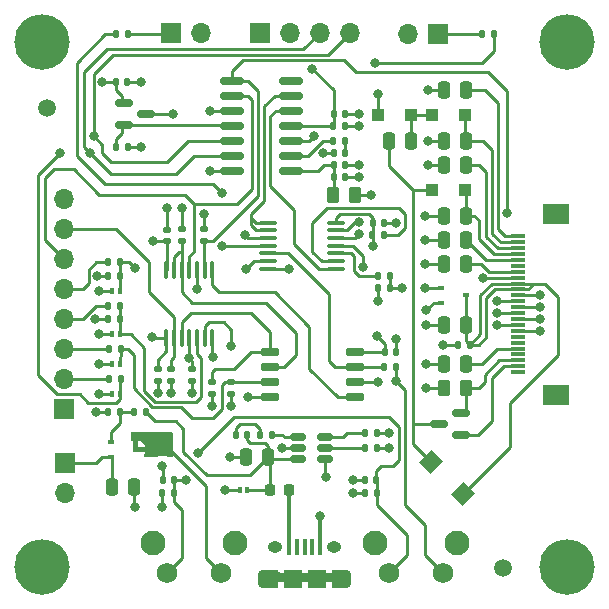
<source format=gbr>
%TF.GenerationSoftware,KiCad,Pcbnew,7.0.9*%
%TF.CreationDate,2023-12-18T09:55:38-05:00*%
%TF.ProjectId,_HW_EPaper,5f48575f-4550-4617-9065-722e6b696361,v1.0*%
%TF.SameCoordinates,Original*%
%TF.FileFunction,Copper,L1,Top*%
%TF.FilePolarity,Positive*%
%FSLAX46Y46*%
G04 Gerber Fmt 4.6, Leading zero omitted, Abs format (unit mm)*
G04 Created by KiCad (PCBNEW 7.0.9) date 2023-12-18 09:55:38*
%MOMM*%
%LPD*%
G01*
G04 APERTURE LIST*
G04 Aperture macros list*
%AMRoundRect*
0 Rectangle with rounded corners*
0 $1 Rounding radius*
0 $2 $3 $4 $5 $6 $7 $8 $9 X,Y pos of 4 corners*
0 Add a 4 corners polygon primitive as box body*
4,1,4,$2,$3,$4,$5,$6,$7,$8,$9,$2,$3,0*
0 Add four circle primitives for the rounded corners*
1,1,$1+$1,$2,$3*
1,1,$1+$1,$4,$5*
1,1,$1+$1,$6,$7*
1,1,$1+$1,$8,$9*
0 Add four rect primitives between the rounded corners*
20,1,$1+$1,$2,$3,$4,$5,0*
20,1,$1+$1,$4,$5,$6,$7,0*
20,1,$1+$1,$6,$7,$8,$9,0*
20,1,$1+$1,$8,$9,$2,$3,0*%
%AMRotRect*
0 Rectangle, with rotation*
0 The origin of the aperture is its center*
0 $1 length*
0 $2 width*
0 $3 Rotation angle, in degrees counterclockwise*
0 Add horizontal line*
21,1,$1,$2,0,0,$3*%
G04 Aperture macros list end*
%TA.AperFunction,SMDPad,CuDef*%
%ADD10R,1.300000X0.300000*%
%TD*%
%TA.AperFunction,SMDPad,CuDef*%
%ADD11R,2.200000X1.800000*%
%TD*%
%TA.AperFunction,SMDPad,CuDef*%
%ADD12RoundRect,0.135000X0.185000X-0.135000X0.185000X0.135000X-0.185000X0.135000X-0.185000X-0.135000X0*%
%TD*%
%TA.AperFunction,SMDPad,CuDef*%
%ADD13RoundRect,0.147500X-0.147500X-0.172500X0.147500X-0.172500X0.147500X0.172500X-0.147500X0.172500X0*%
%TD*%
%TA.AperFunction,SMDPad,CuDef*%
%ADD14RoundRect,0.140000X0.170000X-0.140000X0.170000X0.140000X-0.170000X0.140000X-0.170000X-0.140000X0*%
%TD*%
%TA.AperFunction,SMDPad,CuDef*%
%ADD15RoundRect,0.140000X0.140000X0.170000X-0.140000X0.170000X-0.140000X-0.170000X0.140000X-0.170000X0*%
%TD*%
%TA.AperFunction,SMDPad,CuDef*%
%ADD16RoundRect,0.135000X-0.185000X0.135000X-0.185000X-0.135000X0.185000X-0.135000X0.185000X0.135000X0*%
%TD*%
%TA.AperFunction,SMDPad,CuDef*%
%ADD17RoundRect,0.250000X0.262500X0.450000X-0.262500X0.450000X-0.262500X-0.450000X0.262500X-0.450000X0*%
%TD*%
%TA.AperFunction,SMDPad,CuDef*%
%ADD18RoundRect,0.250000X0.250000X0.475000X-0.250000X0.475000X-0.250000X-0.475000X0.250000X-0.475000X0*%
%TD*%
%TA.AperFunction,ComponentPad*%
%ADD19C,2.100000*%
%TD*%
%TA.AperFunction,ComponentPad*%
%ADD20C,1.750000*%
%TD*%
%TA.AperFunction,SMDPad,CuDef*%
%ADD21R,0.508000X0.406400*%
%TD*%
%TA.AperFunction,SMDPad,CuDef*%
%ADD22RoundRect,0.135000X-0.135000X-0.185000X0.135000X-0.185000X0.135000X0.185000X-0.135000X0.185000X0*%
%TD*%
%TA.AperFunction,SMDPad,CuDef*%
%ADD23RoundRect,0.140000X-0.140000X-0.170000X0.140000X-0.170000X0.140000X0.170000X-0.140000X0.170000X0*%
%TD*%
%TA.AperFunction,SMDPad,CuDef*%
%ADD24RoundRect,0.135000X0.135000X0.185000X-0.135000X0.185000X-0.135000X-0.185000X0.135000X-0.185000X0*%
%TD*%
%TA.AperFunction,SMDPad,CuDef*%
%ADD25R,0.304800X0.558800*%
%TD*%
%TA.AperFunction,SMDPad,CuDef*%
%ADD26RoundRect,0.150000X-0.650000X-0.150000X0.650000X-0.150000X0.650000X0.150000X-0.650000X0.150000X0*%
%TD*%
%TA.AperFunction,ComponentPad*%
%ADD27R,1.700000X1.700000*%
%TD*%
%TA.AperFunction,ComponentPad*%
%ADD28O,1.700000X1.700000*%
%TD*%
%TA.AperFunction,SMDPad,CuDef*%
%ADD29RoundRect,0.150000X-0.587500X-0.150000X0.587500X-0.150000X0.587500X0.150000X-0.587500X0.150000X0*%
%TD*%
%TA.AperFunction,SMDPad,CuDef*%
%ADD30C,1.500000*%
%TD*%
%TA.AperFunction,SMDPad,CuDef*%
%ADD31RotRect,1.397000X1.498600X135.000000*%
%TD*%
%TA.AperFunction,SMDPad,CuDef*%
%ADD32RoundRect,0.150000X0.825000X0.150000X-0.825000X0.150000X-0.825000X-0.150000X0.825000X-0.150000X0*%
%TD*%
%TA.AperFunction,SMDPad,CuDef*%
%ADD33RoundRect,0.250000X0.300000X0.300000X-0.300000X0.300000X-0.300000X-0.300000X0.300000X-0.300000X0*%
%TD*%
%TA.AperFunction,ComponentPad*%
%ADD34C,4.700000*%
%TD*%
%TA.AperFunction,SMDPad,CuDef*%
%ADD35RoundRect,0.250000X-0.300000X-0.300000X0.300000X-0.300000X0.300000X0.300000X-0.300000X0.300000X0*%
%TD*%
%TA.AperFunction,SMDPad,CuDef*%
%ADD36R,0.400000X1.350000*%
%TD*%
%TA.AperFunction,ComponentPad*%
%ADD37O,0.890000X1.550000*%
%TD*%
%TA.AperFunction,SMDPad,CuDef*%
%ADD38R,1.200000X1.550000*%
%TD*%
%TA.AperFunction,ComponentPad*%
%ADD39O,1.250000X0.950000*%
%TD*%
%TA.AperFunction,SMDPad,CuDef*%
%ADD40R,1.500000X1.550000*%
%TD*%
%TA.AperFunction,SMDPad,CuDef*%
%ADD41RoundRect,0.150000X0.587500X0.150000X-0.587500X0.150000X-0.587500X-0.150000X0.587500X-0.150000X0*%
%TD*%
%TA.AperFunction,SMDPad,CuDef*%
%ADD42RoundRect,0.250000X-0.250000X-0.475000X0.250000X-0.475000X0.250000X0.475000X-0.250000X0.475000X0*%
%TD*%
%TA.AperFunction,SMDPad,CuDef*%
%ADD43RoundRect,0.100000X0.100000X-0.637500X0.100000X0.637500X-0.100000X0.637500X-0.100000X-0.637500X0*%
%TD*%
%TA.AperFunction,SMDPad,CuDef*%
%ADD44RoundRect,0.100000X-0.637500X-0.100000X0.637500X-0.100000X0.637500X0.100000X-0.637500X0.100000X0*%
%TD*%
%TA.AperFunction,SMDPad,CuDef*%
%ADD45RoundRect,0.150000X-0.512500X-0.150000X0.512500X-0.150000X0.512500X0.150000X-0.512500X0.150000X0*%
%TD*%
%TA.AperFunction,SMDPad,CuDef*%
%ADD46RoundRect,0.218750X0.218750X0.256250X-0.218750X0.256250X-0.218750X-0.256250X0.218750X-0.256250X0*%
%TD*%
%TA.AperFunction,ViaPad*%
%ADD47C,0.800000*%
%TD*%
%TA.AperFunction,Conductor*%
%ADD48C,0.250000*%
%TD*%
%TA.AperFunction,Conductor*%
%ADD49C,0.304800*%
%TD*%
%TA.AperFunction,Conductor*%
%ADD50C,0.750000*%
%TD*%
G04 APERTURE END LIST*
D10*
X144393000Y-144815000D03*
X144393000Y-144315000D03*
X144393000Y-143815000D03*
X144393000Y-143315000D03*
X144393000Y-142815000D03*
X144393000Y-142315000D03*
X144393000Y-141815000D03*
X144393000Y-141315000D03*
X144393000Y-140815000D03*
X144393000Y-140315000D03*
X144393000Y-139815000D03*
X144393000Y-139315000D03*
X144393000Y-138815000D03*
X144393000Y-138315000D03*
X144393000Y-137815000D03*
X144393000Y-137315000D03*
X144393000Y-136815000D03*
X144393000Y-136315000D03*
X144393000Y-135815000D03*
X144393000Y-135315000D03*
X144393000Y-134815000D03*
X144393000Y-134315000D03*
X144393000Y-133815000D03*
X144393000Y-133315000D03*
D11*
X147643000Y-146715000D03*
X147643000Y-131415000D03*
D12*
X117856000Y-133733000D03*
X117856000Y-132713000D03*
D13*
X120523000Y-150114000D03*
X121493000Y-150114000D03*
D14*
X114681000Y-133703000D03*
X114681000Y-132743000D03*
D15*
X140319000Y-142494000D03*
X139359000Y-142494000D03*
D16*
X116840000Y-144524000D03*
X116840000Y-145544000D03*
D17*
X139977500Y-146177000D03*
X138152500Y-146177000D03*
D18*
X140015000Y-131572000D03*
X138115000Y-131572000D03*
D19*
X120492000Y-159310500D03*
X113482000Y-159310500D03*
D20*
X119242000Y-161800500D03*
X114742000Y-161800500D03*
D21*
X137883900Y-137653001D03*
X137883900Y-138952999D03*
X139992100Y-138303000D03*
D18*
X140015000Y-135636000D03*
X138115000Y-135636000D03*
D12*
X118491000Y-146687000D03*
X118491000Y-145667000D03*
D18*
X140015000Y-144145000D03*
X138115000Y-144145000D03*
D15*
X115288000Y-153924000D03*
X114328000Y-153924000D03*
D22*
X132586000Y-136652000D03*
X133606000Y-136652000D03*
D21*
X109943900Y-150734001D03*
X109943900Y-152033999D03*
X112052100Y-151384000D03*
D23*
X132108000Y-132207000D03*
X133068000Y-132207000D03*
D24*
X110746000Y-140335000D03*
X109726000Y-140335000D03*
D23*
X133124000Y-143129000D03*
X134084000Y-143129000D03*
D22*
X122553000Y-150114000D03*
X123573000Y-150114000D03*
D25*
X110680500Y-146685000D03*
X110045500Y-146685000D03*
D12*
X115951000Y-133731000D03*
X115951000Y-132711000D03*
D26*
X123400000Y-143129000D03*
X123400000Y-144399000D03*
X123400000Y-145669000D03*
X123400000Y-146939000D03*
X130600000Y-146939000D03*
X130600000Y-145669000D03*
X130600000Y-144399000D03*
X130600000Y-143129000D03*
D12*
X115062000Y-145544000D03*
X115062000Y-144524000D03*
D24*
X115318000Y-155067000D03*
X114298000Y-155067000D03*
D27*
X115057000Y-116078000D03*
D28*
X117597000Y-116078000D03*
D29*
X111076500Y-121986000D03*
X111076500Y-123886000D03*
X112951500Y-122936000D03*
D27*
X122565000Y-116078000D03*
D28*
X125105000Y-116078000D03*
X127645000Y-116078000D03*
X130185000Y-116078000D03*
D30*
X104521000Y-122428000D03*
D22*
X128776000Y-125222000D03*
X129796000Y-125222000D03*
D23*
X128806000Y-122933000D03*
X129766000Y-122933000D03*
D25*
X110680500Y-141605000D03*
X110045500Y-141605000D03*
D22*
X131443000Y-151257000D03*
X132463000Y-151257000D03*
X110384000Y-125730000D03*
X111404000Y-125730000D03*
D24*
X112905000Y-148209000D03*
X111885000Y-148209000D03*
D22*
X109777600Y-142875000D03*
X110797600Y-142875000D03*
D31*
X139773502Y-155140502D03*
X137086498Y-152453498D03*
D12*
X120142000Y-146687000D03*
X120142000Y-145667000D03*
D22*
X132078000Y-133223000D03*
X133098000Y-133223000D03*
D18*
X140015000Y-127254000D03*
X138115000Y-127254000D03*
D24*
X134114000Y-144399000D03*
X133094000Y-144399000D03*
D32*
X125157000Y-127762000D03*
X125157000Y-126492000D03*
X125157000Y-125222000D03*
X125157000Y-123952000D03*
X125157000Y-122682000D03*
X125157000Y-121412000D03*
X125157000Y-120142000D03*
X120207000Y-120142000D03*
X120207000Y-121412000D03*
X120207000Y-122682000D03*
X120207000Y-123952000D03*
X120207000Y-125222000D03*
X120207000Y-126492000D03*
X120207000Y-127762000D03*
D24*
X110746000Y-148209000D03*
X109726000Y-148209000D03*
D30*
X143129000Y-161417000D03*
D25*
X121475500Y-154813000D03*
X120840500Y-154813000D03*
D33*
X139957000Y-129413000D03*
X137157000Y-129413000D03*
D34*
X148590000Y-161290000D03*
D12*
X113919000Y-145544000D03*
X113919000Y-144524000D03*
D22*
X109726000Y-135509000D03*
X110746000Y-135509000D03*
D35*
X132585000Y-123063000D03*
X135385000Y-123063000D03*
X137157000Y-123063000D03*
X139957000Y-123063000D03*
D18*
X140015000Y-133604000D03*
X138115000Y-133604000D03*
D36*
X125065000Y-159636000D03*
X125715000Y-159636000D03*
X126365000Y-159636000D03*
X127015000Y-159636000D03*
X127665000Y-159636000D03*
D37*
X122865000Y-162336000D03*
D38*
X123465000Y-162336000D03*
D39*
X123865000Y-159636000D03*
D40*
X125365000Y-162336000D03*
X127365000Y-162336000D03*
D39*
X128865000Y-159636000D03*
D38*
X129265000Y-162336000D03*
D37*
X129865000Y-162336000D03*
D27*
X106000000Y-147970000D03*
D28*
X106000000Y-145430000D03*
X106000000Y-142890000D03*
X106000000Y-140350000D03*
X106000000Y-137810000D03*
X106000000Y-135270000D03*
X106000000Y-132730000D03*
X106000000Y-130190000D03*
D13*
X128823000Y-126231000D03*
X129793000Y-126231000D03*
D19*
X139288000Y-159310500D03*
X132278000Y-159310500D03*
D20*
X138038000Y-161800500D03*
X133538000Y-161800500D03*
D25*
X110680500Y-137922000D03*
X110045500Y-137922000D03*
D24*
X132463000Y-155067000D03*
X131443000Y-155067000D03*
D41*
X139621500Y-150175000D03*
X139621500Y-148275000D03*
X137746500Y-149225000D03*
D18*
X140015000Y-140843000D03*
X138115000Y-140843000D03*
D34*
X148590000Y-116840000D03*
D27*
X137673000Y-116205000D03*
D28*
X135133000Y-116205000D03*
D42*
X133496000Y-125268000D03*
X135396000Y-125268000D03*
D22*
X110361000Y-116205000D03*
X111381000Y-116205000D03*
D24*
X142369000Y-116205000D03*
X141349000Y-116205000D03*
D42*
X110048000Y-154559000D03*
X111948000Y-154559000D03*
D18*
X123251000Y-152019000D03*
X121351000Y-152019000D03*
D22*
X109790688Y-145415000D03*
X110810688Y-145415000D03*
D18*
X140015000Y-120904000D03*
X138115000Y-120904000D03*
D43*
X114636000Y-141927500D03*
X115286000Y-141927500D03*
X115936000Y-141927500D03*
X116586000Y-141927500D03*
X117236000Y-141927500D03*
X117886000Y-141927500D03*
X118536000Y-141927500D03*
X118536000Y-136202500D03*
X117886000Y-136202500D03*
X117236000Y-136202500D03*
X116586000Y-136202500D03*
X115936000Y-136202500D03*
X115286000Y-136202500D03*
X114636000Y-136202500D03*
D34*
X104140000Y-116840000D03*
D17*
X130579500Y-129794000D03*
X128754500Y-129794000D03*
D27*
X106045000Y-152522000D03*
D28*
X106045000Y-155062000D03*
D44*
X123248500Y-132162000D03*
X123248500Y-132812000D03*
X123248500Y-133462000D03*
X123248500Y-134112000D03*
X123248500Y-134762000D03*
X123248500Y-135412000D03*
X123248500Y-136062000D03*
X128973500Y-136062000D03*
X128973500Y-135412000D03*
X128973500Y-134762000D03*
X128973500Y-134112000D03*
X128973500Y-133462000D03*
X128973500Y-132812000D03*
X128973500Y-132162000D03*
D22*
X131443000Y-149987000D03*
X132463000Y-149987000D03*
D23*
X128806000Y-127254000D03*
X129766000Y-127254000D03*
D24*
X110746000Y-136652000D03*
X109726000Y-136652000D03*
X133606000Y-137668000D03*
X132586000Y-137668000D03*
D23*
X128806000Y-128270000D03*
X129766000Y-128270000D03*
D25*
X110680500Y-144145000D03*
X110045500Y-144145000D03*
D45*
X125801500Y-150307000D03*
X125801500Y-151257000D03*
X125801500Y-152207000D03*
X128076500Y-152207000D03*
X128076500Y-151257000D03*
X128076500Y-150307000D03*
D34*
X104140000Y-161290000D03*
D22*
X109726000Y-139192000D03*
X110746000Y-139192000D03*
D24*
X129796000Y-123952000D03*
X128776000Y-123952000D03*
D46*
X124993500Y-154813000D03*
X123418500Y-154813000D03*
D15*
X132433000Y-153924000D03*
X131473000Y-153924000D03*
D18*
X140015000Y-125222000D03*
X138115000Y-125222000D03*
D23*
X110391000Y-120269000D03*
X111351000Y-120269000D03*
D47*
X105664000Y-126238000D03*
X126999500Y-119125500D03*
X114681000Y-130937000D03*
X134112000Y-141986000D03*
X114300000Y-156210000D03*
X125050000Y-136062000D03*
X114300000Y-152781000D03*
X108966000Y-141605000D03*
X130429000Y-153924000D03*
X146304000Y-141351000D03*
X121539000Y-146939000D03*
X133477000Y-149987000D03*
X118364000Y-127762000D03*
X108589299Y-140339299D03*
X127665000Y-156972000D03*
X133477000Y-151257000D03*
X130429000Y-155067000D03*
X130937000Y-127254000D03*
X116840500Y-146558000D03*
X108712000Y-148209000D03*
X136525000Y-133604000D03*
X136652000Y-140843000D03*
X115951000Y-130937000D03*
X130937000Y-128270000D03*
X120015000Y-152019000D03*
X136779000Y-120904000D03*
X132588000Y-121285000D03*
X119634000Y-154813000D03*
X118610500Y-143555000D03*
X136652000Y-146177000D03*
X134112000Y-132207000D03*
X108966000Y-144145000D03*
X112522000Y-120269000D03*
X136525000Y-131572000D03*
X108966000Y-146685000D03*
X108966000Y-137922000D03*
X115189000Y-122936000D03*
X138049000Y-142494000D03*
X124460000Y-151257000D03*
X141414500Y-136842500D03*
X136779000Y-127254000D03*
X108801500Y-136652000D03*
X112522000Y-125730000D03*
X132588000Y-138811000D03*
X136525000Y-135636000D03*
X136779000Y-125222000D03*
X136652000Y-144145000D03*
X127893299Y-126242299D03*
X130937000Y-122936000D03*
X117856000Y-131445000D03*
X112014000Y-156210000D03*
X130937000Y-123952000D03*
X113411000Y-150368000D03*
X120142000Y-147701000D03*
X136652000Y-139573000D03*
X131953000Y-129794000D03*
X118491000Y-147701000D03*
X114427000Y-151384000D03*
X132461000Y-141732000D03*
X132108000Y-134112000D03*
X113919000Y-146558000D03*
X109220000Y-120269000D03*
X114427000Y-150368000D03*
X115062000Y-146558000D03*
X134112000Y-145542000D03*
X113538000Y-133731000D03*
X113411000Y-151384000D03*
X117348000Y-151638000D03*
X108204000Y-126238000D03*
X116332000Y-153924000D03*
X108495000Y-124841000D03*
X128143000Y-153670000D03*
X112014000Y-136017000D03*
X117221000Y-137795000D03*
X127127000Y-124841000D03*
X142621000Y-140826503D03*
X146309783Y-140312990D03*
X130937000Y-133111003D03*
X131303550Y-135927500D03*
X142621000Y-139827000D03*
X146254811Y-139315000D03*
X130937000Y-132111500D03*
X142621000Y-138815058D03*
X118364000Y-122682000D03*
X116586000Y-143637000D03*
X143510000Y-131318000D03*
X146304000Y-138315000D03*
X134620000Y-137668000D03*
X136539999Y-137653001D03*
X121397550Y-136120950D03*
X113411000Y-141859000D03*
X119380000Y-129667000D03*
X119380000Y-134112000D03*
X121285000Y-133223000D03*
X132334000Y-118618000D03*
X120142000Y-142621000D03*
X132588000Y-145669000D03*
D48*
X103759000Y-128143000D02*
X105664000Y-126238000D01*
X103759000Y-145034000D02*
X103759000Y-128143000D01*
X126999500Y-119125500D02*
X128806000Y-120932000D01*
X110680500Y-145545188D02*
X110680500Y-147129500D01*
X108040000Y-147410000D02*
X107315000Y-146685000D01*
X110680500Y-145545188D02*
X110680500Y-146685000D01*
X110810688Y-145415000D02*
X110680500Y-145545188D01*
X128776000Y-123952000D02*
X125157000Y-123952000D01*
X128806000Y-120932000D02*
X128806000Y-122933000D01*
X128806000Y-123922000D02*
X128776000Y-123952000D01*
X110680500Y-147129500D02*
X110400000Y-147410000D01*
X110400000Y-147410000D02*
X108040000Y-147410000D01*
X105410000Y-146685000D02*
X103759000Y-145034000D01*
X107315000Y-146685000D02*
X105410000Y-146685000D01*
X128806000Y-122933000D02*
X128806000Y-123922000D01*
X138115000Y-135636000D02*
X136525000Y-135636000D01*
X111948000Y-154559000D02*
X111948000Y-156144000D01*
X113151500Y-122936000D02*
X115189000Y-122936000D01*
X129766000Y-122933000D02*
X130934000Y-122933000D01*
X120207000Y-127762000D02*
X118364000Y-127762000D01*
X125801500Y-151257000D02*
X124460000Y-151257000D01*
X110045500Y-141605000D02*
X108966000Y-141605000D01*
X138115000Y-140843000D02*
X136652000Y-140843000D01*
X116840000Y-146557500D02*
X116840000Y-145544000D01*
X110045500Y-144145000D02*
X108966000Y-144145000D01*
X132585000Y-123063000D02*
X132585000Y-121288000D01*
X108593598Y-140335000D02*
X108589299Y-140339299D01*
X115951000Y-132711000D02*
X115951000Y-130937000D01*
X108801500Y-136652000D02*
X109726000Y-136652000D01*
X111404000Y-125730000D02*
X112522000Y-125730000D01*
X138115000Y-131572000D02*
X136525000Y-131572000D01*
X138115000Y-120904000D02*
X136779000Y-120904000D01*
X144393000Y-141315000D02*
X146268000Y-141315000D01*
X111351000Y-120269000D02*
X112522000Y-120269000D01*
X116840500Y-146558000D02*
X116840000Y-146557500D01*
X132463000Y-151257000D02*
X133477000Y-151257000D01*
X114681000Y-132743000D02*
X114681000Y-130937000D01*
X146268000Y-141315000D02*
X146304000Y-141351000D01*
X128823000Y-126231000D02*
X127904598Y-126231000D01*
X132585000Y-121288000D02*
X132588000Y-121285000D01*
X111948000Y-156144000D02*
X112014000Y-156210000D01*
X129766000Y-128270000D02*
X130937000Y-128270000D01*
X114328000Y-153924000D02*
X114328000Y-152809000D01*
X131443000Y-155067000D02*
X130429000Y-155067000D01*
X131473000Y-153924000D02*
X130429000Y-153924000D01*
X133068000Y-132207000D02*
X134112000Y-132207000D01*
X118536000Y-143480500D02*
X118536000Y-141927500D01*
X134084000Y-142014000D02*
X134112000Y-141986000D01*
X138115000Y-144145000D02*
X136652000Y-144145000D01*
X138115000Y-133604000D02*
X136525000Y-133604000D01*
X125050000Y-136062000D02*
X123248500Y-136062000D01*
X134084000Y-143129000D02*
X134084000Y-142014000D01*
X130934000Y-122933000D02*
X130937000Y-122936000D01*
X110045500Y-137922000D02*
X108966000Y-137922000D01*
X109726000Y-148209000D02*
X108712000Y-148209000D01*
X141414500Y-136842500D02*
X141442000Y-136815000D01*
X117856000Y-132713000D02*
X117856000Y-131445000D01*
D49*
X127665000Y-159636000D02*
X127665000Y-156972000D01*
D48*
X118610500Y-143555000D02*
X118536000Y-143480500D01*
X109726000Y-140335000D02*
X108593598Y-140335000D01*
X138152500Y-146177000D02*
X136652000Y-146177000D01*
X138115000Y-127254000D02*
X136779000Y-127254000D01*
X114298000Y-155067000D02*
X114298000Y-156208000D01*
X120840500Y-154813000D02*
X119634000Y-154813000D01*
X132586000Y-137668000D02*
X132586000Y-138809000D01*
X138115000Y-125222000D02*
X136779000Y-125222000D01*
X141442000Y-136815000D02*
X144393000Y-136815000D01*
X114298000Y-156208000D02*
X114300000Y-156210000D01*
X129766000Y-127254000D02*
X130937000Y-127254000D01*
X114328000Y-152809000D02*
X114300000Y-152781000D01*
X139359000Y-142494000D02*
X138049000Y-142494000D01*
X121351000Y-152019000D02*
X120015000Y-152019000D01*
X123400000Y-146939000D02*
X121539000Y-146939000D01*
X127904598Y-126231000D02*
X127893299Y-126242299D01*
X110045500Y-146685000D02*
X108966000Y-146685000D01*
X132463000Y-149987000D02*
X133477000Y-149987000D01*
X128806000Y-127254000D02*
X128806000Y-128270000D01*
X128806000Y-129742500D02*
X128754500Y-129794000D01*
X128806000Y-127254000D02*
X128016000Y-127254000D01*
X128806000Y-128270000D02*
X128806000Y-129742500D01*
X127508000Y-127762000D02*
X125157000Y-127762000D01*
X128016000Y-127254000D02*
X127508000Y-127762000D01*
X118491000Y-146687000D02*
X118491000Y-147701000D01*
X134874000Y-146304000D02*
X134112000Y-145542000D01*
X134874000Y-156083000D02*
X134874000Y-146304000D01*
X136525000Y-160287500D02*
X136525000Y-157734000D01*
X117983000Y-154432000D02*
X117983000Y-160541500D01*
X128973500Y-131757500D02*
X128973500Y-132162000D01*
X136525000Y-157734000D02*
X134874000Y-156083000D01*
X132108000Y-134112000D02*
X132108000Y-132207000D01*
X131768000Y-131387000D02*
X129344000Y-131387000D01*
X134114000Y-144399000D02*
X134114000Y-145540000D01*
X110391000Y-120932000D02*
X110391000Y-120269000D01*
X130600000Y-143129000D02*
X133124000Y-143129000D01*
X129344000Y-131387000D02*
X128973500Y-131757500D01*
X109220000Y-120269000D02*
X110391000Y-120269000D01*
X132461000Y-141732000D02*
X133124000Y-142395000D01*
X113566000Y-133703000D02*
X113538000Y-133731000D01*
X132108000Y-132207000D02*
X132108000Y-131727000D01*
X134114000Y-145540000D02*
X134112000Y-145542000D01*
X114427000Y-151384000D02*
X114935000Y-151384000D01*
X114681000Y-136157500D02*
X114636000Y-136202500D01*
X120142000Y-146687000D02*
X120142000Y-147701000D01*
X110876500Y-121417500D02*
X110391000Y-120932000D01*
X110876500Y-121986000D02*
X110876500Y-121417500D01*
X114935000Y-151384000D02*
X117983000Y-154432000D01*
X130579500Y-129794000D02*
X131953000Y-129794000D01*
X137272001Y-138952999D02*
X137883900Y-138952999D01*
X138038000Y-161800500D02*
X136525000Y-160287500D01*
X136652000Y-139573000D02*
X137272001Y-138952999D01*
X117983000Y-160541500D02*
X119242000Y-161800500D01*
X114681000Y-133703000D02*
X114681000Y-136157500D01*
X130937000Y-123952000D02*
X129796000Y-123952000D01*
X115062000Y-145544000D02*
X115062000Y-146558000D01*
X132108000Y-131727000D02*
X131768000Y-131387000D01*
X133124000Y-142395000D02*
X133124000Y-143129000D01*
X114681000Y-133703000D02*
X113566000Y-133703000D01*
X113919000Y-145544000D02*
X113919000Y-146558000D01*
X141351000Y-144145000D02*
X142681000Y-142815000D01*
X140015000Y-144145000D02*
X141351000Y-144145000D01*
X142681000Y-142815000D02*
X144393000Y-142815000D01*
X141605000Y-120904000D02*
X142748000Y-122047000D01*
X143348000Y-133315000D02*
X144393000Y-133315000D01*
X142748000Y-122047000D02*
X142748000Y-132715000D01*
X140015000Y-120904000D02*
X141605000Y-120904000D01*
X142748000Y-132715000D02*
X143348000Y-133315000D01*
X142959000Y-133815000D02*
X142240000Y-133096000D01*
X141478000Y-125222000D02*
X140015000Y-125222000D01*
X139957000Y-123063000D02*
X139957000Y-125164000D01*
X144393000Y-133815000D02*
X142959000Y-133815000D01*
X142240000Y-133096000D02*
X142240000Y-125984000D01*
X142240000Y-125984000D02*
X141478000Y-125222000D01*
X139957000Y-125164000D02*
X140015000Y-125222000D01*
X140015000Y-131572000D02*
X140015000Y-129471000D01*
X141097000Y-131953000D02*
X140716000Y-131572000D01*
X140716000Y-131572000D02*
X140015000Y-131572000D01*
X140015000Y-129471000D02*
X139957000Y-129413000D01*
X142371500Y-134815000D02*
X141097000Y-133540500D01*
X141097000Y-133540500D02*
X141097000Y-131953000D01*
X144393000Y-134815000D02*
X142371500Y-134815000D01*
X141726000Y-135315000D02*
X140015000Y-133604000D01*
X144393000Y-135315000D02*
X141726000Y-135315000D01*
X142697000Y-134315000D02*
X141732000Y-133350000D01*
X144393000Y-134315000D02*
X142697000Y-134315000D01*
X141097000Y-127254000D02*
X140015000Y-127254000D01*
X141732000Y-133350000D02*
X141732000Y-127889000D01*
X141732000Y-127889000D02*
X141097000Y-127254000D01*
X141966500Y-136315000D02*
X141287500Y-135636000D01*
X144393000Y-136315000D02*
X141966500Y-136315000D01*
X141287500Y-135636000D02*
X140015000Y-135636000D01*
X132463000Y-155067000D02*
X132463000Y-156085000D01*
X133858000Y-152781000D02*
X132842000Y-152781000D01*
X132463000Y-156085000D02*
X135001000Y-158623000D01*
X132433000Y-153190000D02*
X132433000Y-153924000D01*
X120207000Y-126492000D02*
X116967000Y-126492000D01*
X109982000Y-128016000D02*
X108204000Y-126238000D01*
X108837604Y-118237000D02*
X107696000Y-119378604D01*
X109601000Y-117475000D02*
X108839000Y-118237000D01*
X135001000Y-160337500D02*
X133538000Y-161800500D01*
X116967000Y-126492000D02*
X115443000Y-128016000D01*
X132463000Y-155067000D02*
X132463000Y-153954000D01*
X133477000Y-148590000D02*
X134366000Y-149479000D01*
X135001000Y-158623000D02*
X135001000Y-160337500D01*
X132842000Y-152781000D02*
X132433000Y-153190000D01*
X132463000Y-153954000D02*
X132433000Y-153924000D01*
X134366000Y-149479000D02*
X134366000Y-152273000D01*
X107696000Y-119378604D02*
X107696000Y-125730000D01*
X107696000Y-125730000D02*
X108204000Y-126238000D01*
X127645000Y-116078000D02*
X126248000Y-117475000D01*
X115443000Y-128016000D02*
X109982000Y-128016000D01*
X120396000Y-148590000D02*
X133477000Y-148590000D01*
X117348000Y-151638000D02*
X120396000Y-148590000D01*
X126248000Y-117475000D02*
X109601000Y-117475000D01*
X134366000Y-152273000D02*
X133858000Y-152781000D01*
X108839000Y-118237000D02*
X108837604Y-118237000D01*
X115288000Y-153924000D02*
X115288000Y-155037000D01*
X109220000Y-125566000D02*
X108495000Y-124841000D01*
X120207000Y-125222000D02*
X116459000Y-125222000D01*
X115288000Y-155037000D02*
X115318000Y-155067000D01*
X109982000Y-127000000D02*
X109220000Y-126238000D01*
X115951000Y-160591500D02*
X114742000Y-161800500D01*
X108495000Y-124841000D02*
X108495000Y-119597000D01*
X128312000Y-117951000D02*
X130185000Y-116078000D01*
X110141000Y-117951000D02*
X128312000Y-117951000D01*
X109220000Y-126238000D02*
X109220000Y-125566000D01*
X108495000Y-119597000D02*
X110141000Y-117951000D01*
X116459000Y-125222000D02*
X114681000Y-127000000D01*
X114681000Y-127000000D02*
X109982000Y-127000000D01*
X115318000Y-155067000D02*
X115318000Y-155831000D01*
X115318000Y-155831000D02*
X115951000Y-156464000D01*
X115288000Y-153924000D02*
X116332000Y-153924000D01*
X115951000Y-156464000D02*
X115951000Y-160591500D01*
X108717000Y-152522000D02*
X106045000Y-152522000D01*
X109943900Y-152033999D02*
X109205001Y-152033999D01*
X110048000Y-154559000D02*
X110048000Y-152138099D01*
X128076500Y-152207000D02*
X128076500Y-153603500D01*
X109205001Y-152033999D02*
X108717000Y-152522000D01*
X110048000Y-152138099D02*
X109943900Y-152033999D01*
X128076500Y-153603500D02*
X128143000Y-153670000D01*
X123251000Y-152019000D02*
X121727000Y-153543000D01*
X116078000Y-151574500D02*
X116078000Y-149606000D01*
X115443000Y-148971000D02*
X113667000Y-148971000D01*
X116078000Y-149606000D02*
X115443000Y-148971000D01*
X125801500Y-152207000D02*
X123439000Y-152207000D01*
X123418500Y-152186500D02*
X123251000Y-152019000D01*
X122993510Y-150806510D02*
X123251000Y-151064000D01*
X123439000Y-152207000D02*
X123251000Y-152019000D01*
X118046500Y-153543000D02*
X116078000Y-151574500D01*
X121475500Y-154813000D02*
X123418500Y-154813000D01*
X123418500Y-154813000D02*
X123418500Y-152186500D01*
X121727000Y-153543000D02*
X118046500Y-153543000D01*
X113667000Y-148971000D02*
X112905000Y-148209000D01*
X121723510Y-150806510D02*
X122993510Y-150806510D01*
X121493000Y-150576000D02*
X121723510Y-150806510D01*
X123251000Y-151064000D02*
X123251000Y-152019000D01*
X121493000Y-150114000D02*
X121493000Y-150576000D01*
X112776000Y-146440305D02*
X112776000Y-142748000D01*
X117565000Y-143600000D02*
X117565000Y-146917153D01*
X111633000Y-141605000D02*
X110680500Y-141605000D01*
X117565000Y-146917153D02*
X117162153Y-147320000D01*
X113655695Y-147320000D02*
X112776000Y-146440305D01*
X117236000Y-141927500D02*
X117236000Y-143271000D01*
X117162153Y-147320000D02*
X113655695Y-147320000D01*
X112776000Y-142748000D02*
X111633000Y-141605000D01*
X110746000Y-139192000D02*
X110680500Y-139257500D01*
X117236000Y-143271000D02*
X117565000Y-143600000D01*
X110680500Y-139257500D02*
X110680500Y-141605000D01*
X117236000Y-137780000D02*
X117221000Y-137795000D01*
X111506000Y-135509000D02*
X112014000Y-136017000D01*
X117236000Y-136202500D02*
X117236000Y-137780000D01*
X110746000Y-135509000D02*
X111506000Y-135509000D01*
X110680500Y-135574500D02*
X110680500Y-137922000D01*
X110746000Y-135509000D02*
X110680500Y-135574500D01*
X123063000Y-138938000D02*
X125603000Y-141478000D01*
X115697000Y-134620000D02*
X115951000Y-134620000D01*
X125603000Y-141478000D02*
X125603000Y-143383000D01*
X125603000Y-143383000D02*
X124587000Y-144399000D01*
X115936000Y-136202500D02*
X115936000Y-138034000D01*
X115951000Y-133731000D02*
X115951000Y-134620000D01*
X115951000Y-134620000D02*
X115951000Y-136187500D01*
X115951000Y-136187500D02*
X115936000Y-136202500D01*
X124587000Y-144399000D02*
X123400000Y-144399000D01*
X115936000Y-138034000D02*
X116840000Y-138938000D01*
X115286000Y-135031000D02*
X115697000Y-134620000D01*
X115286000Y-136202500D02*
X115286000Y-135031000D01*
X116840000Y-138938000D02*
X123063000Y-138938000D01*
X115893000Y-147770000D02*
X113469299Y-147770000D01*
X120142000Y-145667000D02*
X123398000Y-145667000D01*
X111887000Y-143383000D02*
X111379000Y-142875000D01*
X110680500Y-143573500D02*
X110680500Y-144145000D01*
X119638000Y-145667000D02*
X119380000Y-145925000D01*
X113469299Y-147770000D02*
X111887000Y-146187701D01*
X110797600Y-142875000D02*
X110797600Y-143456400D01*
X120142000Y-145667000D02*
X119638000Y-145667000D01*
X123398000Y-145667000D02*
X123400000Y-145669000D01*
X116840000Y-148717000D02*
X115893000Y-147770000D01*
X110797600Y-143456400D02*
X110680500Y-143573500D01*
X111379000Y-142875000D02*
X110797600Y-142875000D01*
X119380000Y-147955000D02*
X118618000Y-148717000D01*
X111887000Y-146187701D02*
X111887000Y-143383000D01*
X118618000Y-148717000D02*
X116840000Y-148717000D01*
X119380000Y-145925000D02*
X119380000Y-147955000D01*
X125065000Y-154884500D02*
X124993500Y-154813000D01*
D49*
X125065000Y-159636000D02*
X125065000Y-154884500D01*
D48*
X113157000Y-138049000D02*
X115286000Y-140178000D01*
X115286000Y-143540000D02*
X115062000Y-143764000D01*
X115062000Y-143764000D02*
X115062000Y-144524000D01*
X110378000Y-132730000D02*
X113157000Y-135509000D01*
X113157000Y-135509000D02*
X113157000Y-138049000D01*
X106000000Y-132730000D02*
X110378000Y-132730000D01*
X115286000Y-140178000D02*
X115286000Y-141927500D01*
X115286000Y-141927500D02*
X115286000Y-143540000D01*
X116967000Y-130556000D02*
X116205000Y-129794000D01*
X104394000Y-133664000D02*
X106000000Y-135270000D01*
X116967000Y-134620000D02*
X116596000Y-134991000D01*
X116967000Y-130556000D02*
X116967000Y-134620000D01*
X121539000Y-121412000D02*
X120207000Y-121412000D01*
X116596000Y-134991000D02*
X116596000Y-136192500D01*
X116967000Y-130556000D02*
X120650000Y-130556000D01*
X120650000Y-130556000D02*
X121920000Y-129286000D01*
X104394000Y-128397000D02*
X104394000Y-133664000D01*
X106807000Y-127635000D02*
X105156000Y-127635000D01*
X121920000Y-121793000D02*
X121539000Y-121412000D01*
X108966000Y-129794000D02*
X106807000Y-127635000D01*
X116205000Y-129794000D02*
X108966000Y-129794000D01*
X116596000Y-136192500D02*
X116586000Y-136202500D01*
X121920000Y-129286000D02*
X121920000Y-121793000D01*
X105156000Y-127635000D02*
X104394000Y-128397000D01*
X107554000Y-137810000D02*
X108077000Y-137287000D01*
X108712000Y-135509000D02*
X109726000Y-135509000D01*
X106000000Y-137810000D02*
X107554000Y-137810000D01*
X108077000Y-136144000D02*
X108712000Y-135509000D01*
X108077000Y-137287000D02*
X108077000Y-136144000D01*
X106000000Y-140350000D02*
X107554000Y-140350000D01*
X107554000Y-140350000D02*
X108712000Y-139192000D01*
X108712000Y-139192000D02*
X109726000Y-139192000D01*
X109762600Y-142890000D02*
X109777600Y-142875000D01*
X106000000Y-142890000D02*
X109762600Y-142890000D01*
X109775688Y-145430000D02*
X109790688Y-145415000D01*
X106000000Y-145430000D02*
X109775688Y-145430000D01*
X142240000Y-148971000D02*
X141036000Y-150175000D01*
X141036000Y-150175000D02*
X139821500Y-150175000D01*
X144393000Y-144315000D02*
X143213000Y-144315000D01*
X142240000Y-145288000D02*
X142240000Y-148971000D01*
X143213000Y-144315000D02*
X142240000Y-145288000D01*
X144393000Y-143815000D02*
X142824000Y-143815000D01*
X141097000Y-146177000D02*
X139977500Y-146177000D01*
X141605000Y-145669000D02*
X141097000Y-146177000D01*
X142824000Y-143815000D02*
X141605000Y-145034000D01*
X139977500Y-146177000D02*
X139977500Y-148119000D01*
X141605000Y-145034000D02*
X141605000Y-145669000D01*
X139977500Y-148119000D02*
X139821500Y-148275000D01*
X142621000Y-140826503D02*
X142632503Y-140815000D01*
X142632503Y-140815000D02*
X144393000Y-140815000D01*
X125157000Y-125222000D02*
X126746000Y-125222000D01*
X126746000Y-125222000D02*
X127127000Y-124841000D01*
X130586003Y-133462000D02*
X128973500Y-133462000D01*
X145343000Y-140315000D02*
X144393000Y-140315000D01*
X146309783Y-140312990D02*
X145345010Y-140312990D01*
X145345010Y-140312990D02*
X145343000Y-140315000D01*
X130937000Y-133111003D02*
X130586003Y-133462000D01*
X131303550Y-134986550D02*
X130429000Y-134112000D01*
X131303550Y-135927500D02*
X131303550Y-134986550D01*
X142621000Y-139827000D02*
X142633000Y-139815000D01*
X130429000Y-134112000D02*
X128973500Y-134112000D01*
X142633000Y-139815000D02*
X144393000Y-139815000D01*
X129951000Y-132812000D02*
X128973500Y-132812000D01*
X130937000Y-132111500D02*
X130651500Y-132111500D01*
X146254811Y-139315000D02*
X144393000Y-139315000D01*
X130651500Y-132111500D02*
X129951000Y-132812000D01*
X116586000Y-143637000D02*
X116586000Y-141927500D01*
X142621000Y-138815058D02*
X144392942Y-138815058D01*
X116840000Y-143891000D02*
X116586000Y-143637000D01*
X144392942Y-138815058D02*
X144393000Y-138815000D01*
X116840000Y-144524000D02*
X116840000Y-143891000D01*
X120207000Y-122682000D02*
X118364000Y-122682000D01*
X122428000Y-121031000D02*
X122428000Y-129921000D01*
X120207000Y-120142000D02*
X120207000Y-119315000D01*
X121121000Y-118401000D02*
X129704000Y-118401000D01*
X118616000Y-133733000D02*
X117856000Y-133733000D01*
X117856000Y-136172500D02*
X117886000Y-136202500D01*
X121539000Y-120142000D02*
X122428000Y-121031000D01*
X120207000Y-120142000D02*
X121539000Y-120142000D01*
X129704000Y-118401000D02*
X130683000Y-119380000D01*
X146304000Y-138315000D02*
X144393000Y-138315000D01*
X120207000Y-119315000D02*
X121121000Y-118401000D01*
X141859000Y-119380000D02*
X143510000Y-121031000D01*
X143510000Y-121031000D02*
X143510000Y-131318000D01*
X122428000Y-129921000D02*
X118616000Y-133733000D01*
X117856000Y-133733000D02*
X117856000Y-136172500D01*
X130683000Y-119380000D02*
X141859000Y-119380000D01*
D50*
X124212000Y-162185000D02*
X124079000Y-162052000D01*
X129026000Y-162185000D02*
X124212000Y-162185000D01*
D48*
X129796000Y-126228000D02*
X129793000Y-126231000D01*
X129796000Y-125222000D02*
X129796000Y-126228000D01*
X120840500Y-149225000D02*
X120523000Y-149542500D01*
X120523000Y-149542500D02*
X120523000Y-150114000D01*
X122174000Y-149225000D02*
X120840500Y-149225000D01*
X122553000Y-150114000D02*
X122553000Y-149604000D01*
X122553000Y-149604000D02*
X122174000Y-149225000D01*
X137883900Y-137653001D02*
X136539999Y-137653001D01*
X136525000Y-137668000D02*
X136539999Y-137653001D01*
X133606000Y-137668000D02*
X134620000Y-137668000D01*
X133606000Y-136652000D02*
X133606000Y-137668000D01*
X111885000Y-148209000D02*
X110746000Y-148209000D01*
X110746000Y-149096000D02*
X110746000Y-148209000D01*
X109943900Y-150734001D02*
X109943900Y-149898100D01*
X109943900Y-149898100D02*
X110746000Y-149096000D01*
X127889000Y-125222000D02*
X128776000Y-125222000D01*
X126619000Y-126492000D02*
X127889000Y-125222000D01*
X125157000Y-126492000D02*
X126619000Y-126492000D01*
X133094000Y-144399000D02*
X130600000Y-144399000D01*
X128397000Y-138176000D02*
X128397000Y-143891000D01*
X124983000Y-134762000D02*
X128397000Y-138176000D01*
X128397000Y-143891000D02*
X128905000Y-144399000D01*
X128905000Y-144399000D02*
X130600000Y-144399000D01*
X123248500Y-134762000D02*
X124983000Y-134762000D01*
X118491000Y-145667000D02*
X118491000Y-144780000D01*
X121793000Y-143129000D02*
X123400000Y-143129000D01*
X118745000Y-144526000D02*
X120396000Y-144526000D01*
X120396000Y-144526000D02*
X121793000Y-143129000D01*
X115936000Y-141927500D02*
X115936000Y-140604000D01*
X123400000Y-141434000D02*
X123400000Y-143129000D01*
X116713000Y-139827000D02*
X121793000Y-139827000D01*
X118491000Y-144780000D02*
X118745000Y-144526000D01*
X115936000Y-140604000D02*
X116713000Y-139827000D01*
X121793000Y-139827000D02*
X123400000Y-141434000D01*
X121397550Y-136120950D02*
X121539000Y-135979500D01*
X113479500Y-141927500D02*
X113411000Y-141859000D01*
X121397550Y-136120950D02*
X122106500Y-135412000D01*
X114636000Y-143047000D02*
X113919000Y-143764000D01*
X114636000Y-141927500D02*
X114636000Y-143047000D01*
X114636000Y-141927500D02*
X113479500Y-141927500D01*
X113919000Y-143764000D02*
X113919000Y-144524000D01*
X122106500Y-135412000D02*
X123248500Y-135412000D01*
X127792000Y-135412000D02*
X128973500Y-135412000D01*
X134874000Y-131445000D02*
X134366000Y-130937000D01*
X134239000Y-133223000D02*
X134874000Y-132588000D01*
X127000000Y-134620000D02*
X127792000Y-135412000D01*
X133098000Y-133223000D02*
X134239000Y-133223000D01*
X128270000Y-130937000D02*
X127000000Y-132207000D01*
X134874000Y-132588000D02*
X134874000Y-131445000D01*
X127000000Y-132207000D02*
X127000000Y-134620000D01*
X134366000Y-130937000D02*
X128270000Y-130937000D01*
X130317000Y-134762000D02*
X130556000Y-135001000D01*
X130556000Y-135001000D02*
X130556000Y-136271000D01*
X128973500Y-134762000D02*
X130317000Y-134762000D01*
X130556000Y-136271000D02*
X130937000Y-136652000D01*
X130937000Y-136652000D02*
X132586000Y-136652000D01*
X110384000Y-125074000D02*
X110876500Y-124581500D01*
X110876500Y-123886000D02*
X120141000Y-123886000D01*
X110384000Y-125730000D02*
X110384000Y-125074000D01*
X120141000Y-123886000D02*
X120207000Y-123952000D01*
X110876500Y-124581500D02*
X110876500Y-123886000D01*
X124653000Y-150307000D02*
X124460000Y-150114000D01*
X124460000Y-150114000D02*
X123573000Y-150114000D01*
X125801500Y-150307000D02*
X124653000Y-150307000D01*
X129601000Y-150307000D02*
X129921000Y-149987000D01*
X129921000Y-149987000D02*
X131443000Y-149987000D01*
X128076500Y-150307000D02*
X129601000Y-150307000D01*
X128076500Y-151257000D02*
X131443000Y-151257000D01*
X119380000Y-134112000D02*
X123248500Y-134112000D01*
X110361000Y-116205000D02*
X109474000Y-116205000D01*
X107061000Y-126492000D02*
X109474000Y-128905000D01*
X107061000Y-118618000D02*
X107061000Y-126492000D01*
X109474000Y-116205000D02*
X107061000Y-118618000D01*
X118618000Y-128905000D02*
X119380000Y-129667000D01*
X109474000Y-128905000D02*
X118618000Y-128905000D01*
X132334000Y-118618000D02*
X141351000Y-118618000D01*
X141351000Y-118618000D02*
X142369000Y-117600000D01*
X121524000Y-133462000D02*
X123248500Y-133462000D01*
X142369000Y-117600000D02*
X142369000Y-116205000D01*
X121285000Y-133223000D02*
X121524000Y-133462000D01*
X125476000Y-131064000D02*
X125476000Y-133985000D01*
X127553000Y-136062000D02*
X128973500Y-136062000D01*
X123444000Y-129032000D02*
X125476000Y-131064000D01*
X123888500Y-122682000D02*
X123444000Y-123126500D01*
X123444000Y-123126500D02*
X123444000Y-129032000D01*
X125476000Y-133985000D02*
X127553000Y-136062000D01*
X125157000Y-122682000D02*
X123888500Y-122682000D01*
X123825000Y-121412000D02*
X125157000Y-121412000D01*
X121793000Y-131445000D02*
X122936000Y-130302000D01*
X122207500Y-132812000D02*
X121793000Y-132397500D01*
X123248500Y-132162000D02*
X122219000Y-132162000D01*
X122219000Y-132162000D02*
X121793000Y-131736000D01*
X123248500Y-132812000D02*
X122207500Y-132812000D01*
X122936000Y-130302000D02*
X122936000Y-122301000D01*
X121793000Y-131736000D02*
X121793000Y-131445000D01*
X122936000Y-122301000D02*
X123825000Y-121412000D01*
X121793000Y-132397500D02*
X121793000Y-131736000D01*
X129159000Y-146939000D02*
X130600000Y-146939000D01*
X126746000Y-140970000D02*
X126746000Y-144526000D01*
X123825000Y-138049000D02*
X126746000Y-140970000D01*
X118536000Y-136202500D02*
X118536000Y-137459000D01*
X119126000Y-138049000D02*
X123825000Y-138049000D01*
X118536000Y-137459000D02*
X119126000Y-138049000D01*
X126746000Y-144526000D02*
X129159000Y-146939000D01*
X132588000Y-145669000D02*
X130600000Y-145669000D01*
X118237000Y-140589000D02*
X117886000Y-140940000D01*
X119507000Y-140589000D02*
X118237000Y-140589000D01*
X117886000Y-140940000D02*
X117886000Y-141927500D01*
X120142000Y-141224000D02*
X119507000Y-140589000D01*
X120142000Y-142621000D02*
X120142000Y-141224000D01*
X143764000Y-151150004D02*
X143764000Y-147447000D01*
X147828000Y-138430000D02*
X146713000Y-137315000D01*
X140015000Y-140843000D02*
X140015000Y-138325900D01*
X140319000Y-142494000D02*
X140015000Y-142190000D01*
X139773502Y-155140502D02*
X143764000Y-151150004D01*
X145796000Y-137315000D02*
X144393000Y-137315000D01*
X141732000Y-141859000D02*
X141097000Y-142494000D01*
X144393000Y-137815000D02*
X145296000Y-137815000D01*
X145296000Y-137815000D02*
X145796000Y-137315000D01*
X141224000Y-138303000D02*
X141224000Y-141589000D01*
X141097000Y-142494000D02*
X140319000Y-142494000D01*
X144393000Y-137815000D02*
X142474000Y-137815000D01*
X147828000Y-143383000D02*
X147828000Y-138430000D01*
X146713000Y-137315000D02*
X145796000Y-137315000D01*
X144393000Y-137315000D02*
X142212000Y-137315000D01*
X141224000Y-141589000D02*
X140319000Y-142494000D01*
X141732000Y-138557000D02*
X141732000Y-141859000D01*
X142212000Y-137315000D02*
X141224000Y-138303000D01*
X140015000Y-142190000D02*
X140015000Y-140843000D01*
X140015000Y-138325900D02*
X139992100Y-138303000D01*
X143764000Y-147447000D02*
X147828000Y-143383000D01*
X142474000Y-137815000D02*
X141732000Y-138557000D01*
X135509000Y-129413000D02*
X133496000Y-127400000D01*
X137157000Y-129413000D02*
X135890000Y-129413000D01*
X133496000Y-127400000D02*
X133496000Y-125268000D01*
X135509000Y-150876000D02*
X135509000Y-129413000D01*
X137086498Y-152453498D02*
X135509000Y-150876000D01*
X135636000Y-129413000D02*
X135890000Y-129413000D01*
X135509000Y-129413000D02*
X135636000Y-129413000D01*
X137546500Y-149225000D02*
X135509000Y-149225000D01*
X135385000Y-123063000D02*
X137157000Y-123063000D01*
X135396000Y-125268000D02*
X135396000Y-123074000D01*
X135396000Y-123074000D02*
X135385000Y-123063000D01*
X114930000Y-116205000D02*
X115057000Y-116078000D01*
X111381000Y-116205000D02*
X114930000Y-116205000D01*
X137673000Y-116205000D02*
X141349000Y-116205000D01*
%TA.AperFunction,Conductor*%
G36*
X115132039Y-149879685D02*
G01*
X115177794Y-149932489D01*
X115189000Y-149984000D01*
X115189000Y-151895000D01*
X115169315Y-151962039D01*
X115116511Y-152007794D01*
X115065000Y-152019000D01*
X114823509Y-152019000D01*
X114758471Y-151999902D01*
X114758359Y-152000098D01*
X114757554Y-151999633D01*
X114756470Y-151999315D01*
X114753577Y-151997337D01*
X114752733Y-151996850D01*
X114579807Y-151919857D01*
X114579802Y-151919855D01*
X114434001Y-151888865D01*
X114394646Y-151880500D01*
X114205354Y-151880500D01*
X114172897Y-151887398D01*
X114020197Y-151919855D01*
X114020192Y-151919857D01*
X113847266Y-151996850D01*
X113841641Y-152000098D01*
X113840674Y-151998424D01*
X113783561Y-152018798D01*
X113776491Y-152019000D01*
X112854854Y-152019000D01*
X112787815Y-151999315D01*
X112742060Y-151946511D01*
X112732116Y-151877353D01*
X112746023Y-151835571D01*
X112749453Y-151829288D01*
X112799696Y-151694579D01*
X112799698Y-151694572D01*
X112806099Y-151635044D01*
X112806100Y-151635027D01*
X112806100Y-151587200D01*
X111972900Y-151587200D01*
X111905861Y-151567515D01*
X111860106Y-151514711D01*
X111848900Y-151463200D01*
X111848900Y-150680800D01*
X112255300Y-150680800D01*
X112255300Y-151180800D01*
X112806100Y-151180800D01*
X112806100Y-151132972D01*
X112806099Y-151132955D01*
X112799698Y-151073427D01*
X112799696Y-151073420D01*
X112749454Y-150938713D01*
X112749450Y-150938706D01*
X112663290Y-150823612D01*
X112663287Y-150823609D01*
X112548193Y-150737449D01*
X112548186Y-150737445D01*
X112413479Y-150687203D01*
X112413472Y-150687201D01*
X112353944Y-150680800D01*
X112255300Y-150680800D01*
X111848900Y-150680800D01*
X111757000Y-150680800D01*
X111689961Y-150661115D01*
X111644206Y-150608311D01*
X111633000Y-150556800D01*
X111633000Y-149984000D01*
X111652685Y-149916961D01*
X111705489Y-149871206D01*
X111757000Y-149860000D01*
X115065000Y-149860000D01*
X115132039Y-149879685D01*
G37*
%TD.AperFunction*%
M02*

</source>
